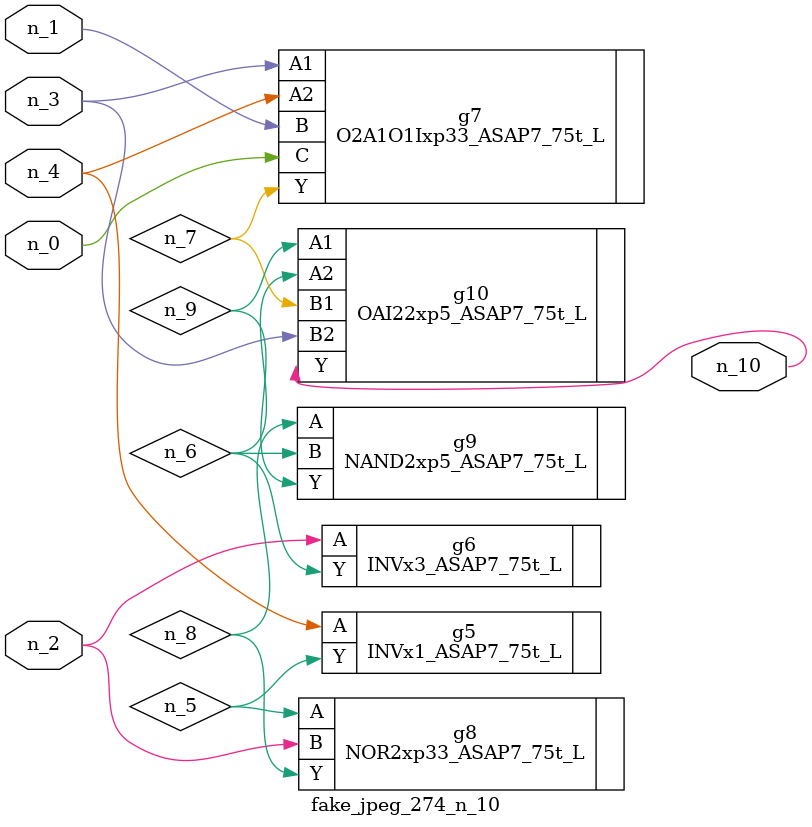
<source format=v>
module fake_jpeg_274_n_10 (n_3, n_2, n_1, n_0, n_4, n_10);

input n_3;
input n_2;
input n_1;
input n_0;
input n_4;

output n_10;

wire n_8;
wire n_9;
wire n_6;
wire n_5;
wire n_7;

INVx1_ASAP7_75t_L g5 ( 
.A(n_4),
.Y(n_5)
);

INVx3_ASAP7_75t_L g6 ( 
.A(n_2),
.Y(n_6)
);

O2A1O1Ixp33_ASAP7_75t_L g7 ( 
.A1(n_3),
.A2(n_4),
.B(n_1),
.C(n_0),
.Y(n_7)
);

NOR2xp33_ASAP7_75t_L g8 ( 
.A(n_5),
.B(n_2),
.Y(n_8)
);

NAND2xp5_ASAP7_75t_L g9 ( 
.A(n_8),
.B(n_6),
.Y(n_9)
);

OAI22xp5_ASAP7_75t_L g10 ( 
.A1(n_9),
.A2(n_6),
.B1(n_7),
.B2(n_3),
.Y(n_10)
);


endmodule
</source>
